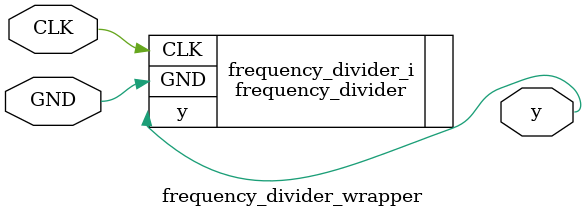
<source format=v>
`timescale 1 ps / 1 ps

module frequency_divider_wrapper
   (CLK,
    GND,
    y);
  input CLK;
  input GND;
  output y;

  wire CLK;
  wire GND;
  wire y;

  frequency_divider frequency_divider_i
       (.CLK(CLK),
        .GND(GND),
        .y(y));
endmodule

</source>
